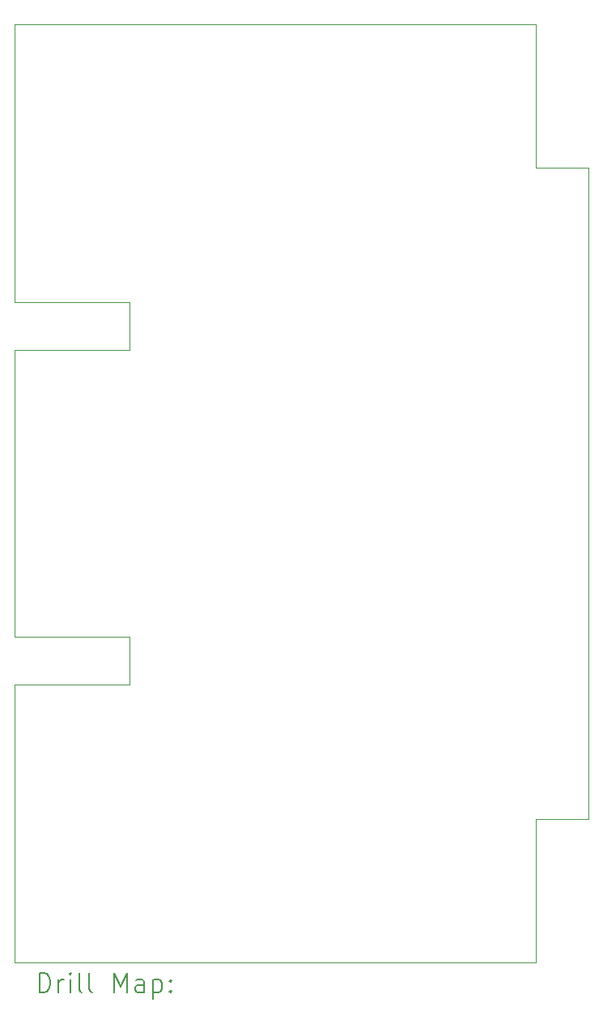
<source format=gbr>
%TF.GenerationSoftware,KiCad,Pcbnew,8.0.0*%
%TF.CreationDate,2024-10-24T21:58:10+02:00*%
%TF.ProjectId,Profiler energetyczny urz_dze_ IoT,50726f66-696c-4657-9220-656e65726765,rev?*%
%TF.SameCoordinates,Original*%
%TF.FileFunction,Drillmap*%
%TF.FilePolarity,Positive*%
%FSLAX45Y45*%
G04 Gerber Fmt 4.5, Leading zero omitted, Abs format (unit mm)*
G04 Created by KiCad (PCBNEW 8.0.0) date 2024-10-24 21:58:10*
%MOMM*%
%LPD*%
G01*
G04 APERTURE LIST*
%ADD10C,0.050000*%
%ADD11C,0.200000*%
G04 APERTURE END LIST*
D10*
X14950000Y-16325000D02*
X14950000Y-14825000D01*
X9500000Y-16325000D02*
X9500000Y-13425000D01*
X9500000Y-9425000D02*
X9500000Y-6525000D01*
X14950000Y-14825000D02*
X15500000Y-14825000D01*
X9500000Y-9925000D02*
X10700000Y-9925000D01*
X10700000Y-13425000D02*
X10700000Y-12925000D01*
X10700000Y-12925000D02*
X9500000Y-12925000D01*
X10700000Y-9425000D02*
X9500000Y-9425000D01*
X9500000Y-12925000D02*
X9500000Y-9925000D01*
X14950000Y-6525000D02*
X14950000Y-8025000D01*
X9500000Y-13425000D02*
X10700000Y-13425000D01*
X9500000Y-6525000D02*
X14950000Y-6525000D01*
X10700000Y-9925000D02*
X10700000Y-9425000D01*
X14950000Y-16325000D02*
X9500000Y-16325000D01*
X14950000Y-8025000D02*
X15500000Y-8025000D01*
X15500000Y-8025000D02*
X15500000Y-14825000D01*
D11*
X9758277Y-16638984D02*
X9758277Y-16438984D01*
X9758277Y-16438984D02*
X9805896Y-16438984D01*
X9805896Y-16438984D02*
X9834467Y-16448508D01*
X9834467Y-16448508D02*
X9853515Y-16467555D01*
X9853515Y-16467555D02*
X9863039Y-16486603D01*
X9863039Y-16486603D02*
X9872563Y-16524698D01*
X9872563Y-16524698D02*
X9872563Y-16553269D01*
X9872563Y-16553269D02*
X9863039Y-16591365D01*
X9863039Y-16591365D02*
X9853515Y-16610412D01*
X9853515Y-16610412D02*
X9834467Y-16629460D01*
X9834467Y-16629460D02*
X9805896Y-16638984D01*
X9805896Y-16638984D02*
X9758277Y-16638984D01*
X9958277Y-16638984D02*
X9958277Y-16505650D01*
X9958277Y-16543746D02*
X9967801Y-16524698D01*
X9967801Y-16524698D02*
X9977324Y-16515174D01*
X9977324Y-16515174D02*
X9996372Y-16505650D01*
X9996372Y-16505650D02*
X10015420Y-16505650D01*
X10082086Y-16638984D02*
X10082086Y-16505650D01*
X10082086Y-16438984D02*
X10072563Y-16448508D01*
X10072563Y-16448508D02*
X10082086Y-16458031D01*
X10082086Y-16458031D02*
X10091610Y-16448508D01*
X10091610Y-16448508D02*
X10082086Y-16438984D01*
X10082086Y-16438984D02*
X10082086Y-16458031D01*
X10205896Y-16638984D02*
X10186848Y-16629460D01*
X10186848Y-16629460D02*
X10177324Y-16610412D01*
X10177324Y-16610412D02*
X10177324Y-16438984D01*
X10310658Y-16638984D02*
X10291610Y-16629460D01*
X10291610Y-16629460D02*
X10282086Y-16610412D01*
X10282086Y-16610412D02*
X10282086Y-16438984D01*
X10539229Y-16638984D02*
X10539229Y-16438984D01*
X10539229Y-16438984D02*
X10605896Y-16581841D01*
X10605896Y-16581841D02*
X10672563Y-16438984D01*
X10672563Y-16438984D02*
X10672563Y-16638984D01*
X10853515Y-16638984D02*
X10853515Y-16534222D01*
X10853515Y-16534222D02*
X10843991Y-16515174D01*
X10843991Y-16515174D02*
X10824944Y-16505650D01*
X10824944Y-16505650D02*
X10786848Y-16505650D01*
X10786848Y-16505650D02*
X10767801Y-16515174D01*
X10853515Y-16629460D02*
X10834467Y-16638984D01*
X10834467Y-16638984D02*
X10786848Y-16638984D01*
X10786848Y-16638984D02*
X10767801Y-16629460D01*
X10767801Y-16629460D02*
X10758277Y-16610412D01*
X10758277Y-16610412D02*
X10758277Y-16591365D01*
X10758277Y-16591365D02*
X10767801Y-16572317D01*
X10767801Y-16572317D02*
X10786848Y-16562793D01*
X10786848Y-16562793D02*
X10834467Y-16562793D01*
X10834467Y-16562793D02*
X10853515Y-16553269D01*
X10948753Y-16505650D02*
X10948753Y-16705650D01*
X10948753Y-16515174D02*
X10967801Y-16505650D01*
X10967801Y-16505650D02*
X11005896Y-16505650D01*
X11005896Y-16505650D02*
X11024944Y-16515174D01*
X11024944Y-16515174D02*
X11034467Y-16524698D01*
X11034467Y-16524698D02*
X11043991Y-16543746D01*
X11043991Y-16543746D02*
X11043991Y-16600888D01*
X11043991Y-16600888D02*
X11034467Y-16619936D01*
X11034467Y-16619936D02*
X11024944Y-16629460D01*
X11024944Y-16629460D02*
X11005896Y-16638984D01*
X11005896Y-16638984D02*
X10967801Y-16638984D01*
X10967801Y-16638984D02*
X10948753Y-16629460D01*
X11129705Y-16619936D02*
X11139229Y-16629460D01*
X11139229Y-16629460D02*
X11129705Y-16638984D01*
X11129705Y-16638984D02*
X11120182Y-16629460D01*
X11120182Y-16629460D02*
X11129705Y-16619936D01*
X11129705Y-16619936D02*
X11129705Y-16638984D01*
X11129705Y-16515174D02*
X11139229Y-16524698D01*
X11139229Y-16524698D02*
X11129705Y-16534222D01*
X11129705Y-16534222D02*
X11120182Y-16524698D01*
X11120182Y-16524698D02*
X11129705Y-16515174D01*
X11129705Y-16515174D02*
X11129705Y-16534222D01*
M02*

</source>
